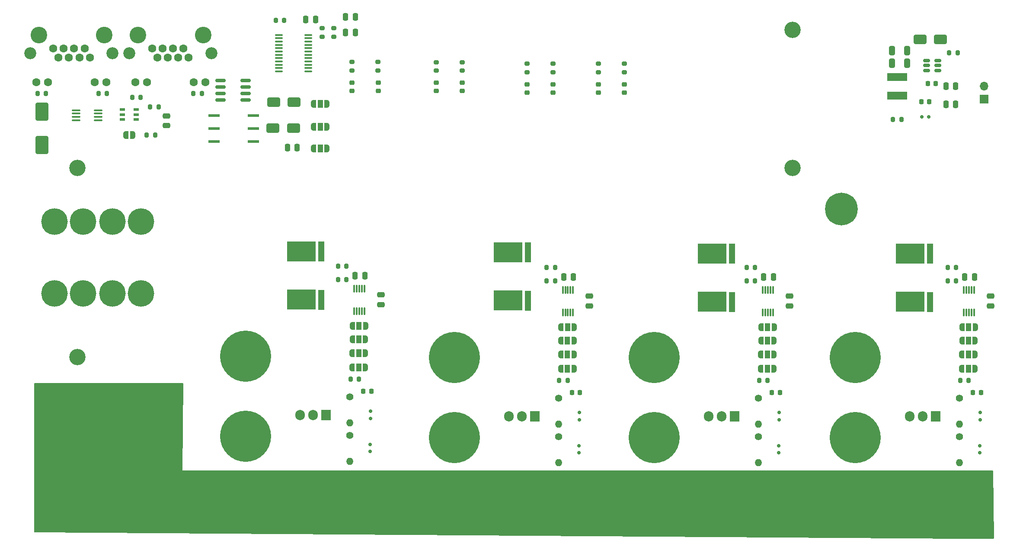
<source format=gbr>
%TF.GenerationSoftware,KiCad,Pcbnew,8.0.3*%
%TF.CreationDate,2024-11-12T13:20:17+01:00*%
%TF.ProjectId,BMU v1,424d5520-7631-42e6-9b69-6361645f7063,rev?*%
%TF.SameCoordinates,Original*%
%TF.FileFunction,Soldermask,Top*%
%TF.FilePolarity,Negative*%
%FSLAX46Y46*%
G04 Gerber Fmt 4.6, Leading zero omitted, Abs format (unit mm)*
G04 Created by KiCad (PCBNEW 8.0.3) date 2024-11-12 13:20:17*
%MOMM*%
%LPD*%
G01*
G04 APERTURE LIST*
G04 Aperture macros list*
%AMRoundRect*
0 Rectangle with rounded corners*
0 $1 Rounding radius*
0 $2 $3 $4 $5 $6 $7 $8 $9 X,Y pos of 4 corners*
0 Add a 4 corners polygon primitive as box body*
4,1,4,$2,$3,$4,$5,$6,$7,$8,$9,$2,$3,0*
0 Add four circle primitives for the rounded corners*
1,1,$1+$1,$2,$3*
1,1,$1+$1,$4,$5*
1,1,$1+$1,$6,$7*
1,1,$1+$1,$8,$9*
0 Add four rect primitives between the rounded corners*
20,1,$1+$1,$2,$3,$4,$5,0*
20,1,$1+$1,$4,$5,$6,$7,0*
20,1,$1+$1,$6,$7,$8,$9,0*
20,1,$1+$1,$8,$9,$2,$3,0*%
%AMFreePoly0*
4,1,19,0.550000,-0.750000,0.000000,-0.750000,0.000000,-0.744911,-0.071157,-0.744911,-0.207708,-0.704816,-0.327430,-0.627875,-0.420627,-0.520320,-0.479746,-0.390866,-0.500000,-0.250000,-0.500000,0.250000,-0.479746,0.390866,-0.420627,0.520320,-0.327430,0.627875,-0.207708,0.704816,-0.071157,0.744911,0.000000,0.744911,0.000000,0.750000,0.550000,0.750000,0.550000,-0.750000,0.550000,-0.750000,
$1*%
%AMFreePoly1*
4,1,19,0.000000,0.744911,0.071157,0.744911,0.207708,0.704816,0.327430,0.627875,0.420627,0.520320,0.479746,0.390866,0.500000,0.250000,0.500000,-0.250000,0.479746,-0.390866,0.420627,-0.520320,0.327430,-0.627875,0.207708,-0.704816,0.071157,-0.744911,0.000000,-0.744911,0.000000,-0.750000,-0.550000,-0.750000,-0.550000,0.750000,0.000000,0.750000,0.000000,0.744911,0.000000,0.744911,
$1*%
%AMFreePoly2*
4,1,19,0.500000,-0.750000,0.000000,-0.750000,0.000000,-0.744911,-0.071157,-0.744911,-0.207708,-0.704816,-0.327430,-0.627875,-0.420627,-0.520320,-0.479746,-0.390866,-0.500000,-0.250000,-0.500000,0.250000,-0.479746,0.390866,-0.420627,0.520320,-0.327430,0.627875,-0.207708,0.704816,-0.071157,0.744911,0.000000,0.744911,0.000000,0.750000,0.500000,0.750000,0.500000,-0.750000,0.500000,-0.750000,
$1*%
%AMFreePoly3*
4,1,19,0.000000,0.744911,0.071157,0.744911,0.207708,0.704816,0.327430,0.627875,0.420627,0.520320,0.479746,0.390866,0.500000,0.250000,0.500000,-0.250000,0.479746,-0.390866,0.420627,-0.520320,0.327430,-0.627875,0.207708,-0.704816,0.071157,-0.744911,0.000000,-0.744911,0.000000,-0.750000,-0.500000,-0.750000,-0.500000,0.750000,0.000000,0.750000,0.000000,0.744911,0.000000,0.744911,
$1*%
G04 Aperture macros list end*
%ADD10RoundRect,0.200000X0.200000X0.275000X-0.200000X0.275000X-0.200000X-0.275000X0.200000X-0.275000X0*%
%ADD11RoundRect,0.250000X-0.250000X-0.475000X0.250000X-0.475000X0.250000X0.475000X-0.250000X0.475000X0*%
%ADD12C,1.400000*%
%ADD13O,1.400000X1.400000*%
%ADD14RoundRect,0.150000X-0.825000X-0.150000X0.825000X-0.150000X0.825000X0.150000X-0.825000X0.150000X0*%
%ADD15RoundRect,0.150000X-0.200000X0.150000X-0.200000X-0.150000X0.200000X-0.150000X0.200000X0.150000X0*%
%ADD16RoundRect,0.200000X-0.200000X-0.275000X0.200000X-0.275000X0.200000X0.275000X-0.200000X0.275000X0*%
%ADD17FreePoly0,180.000000*%
%ADD18R,1.000000X1.500000*%
%ADD19FreePoly1,180.000000*%
%ADD20RoundRect,0.150000X0.200000X-0.150000X0.200000X0.150000X-0.200000X0.150000X-0.200000X-0.150000X0*%
%ADD21RoundRect,0.200000X0.275000X-0.200000X0.275000X0.200000X-0.275000X0.200000X-0.275000X-0.200000X0*%
%ADD22RoundRect,0.218750X-0.256250X0.218750X-0.256250X-0.218750X0.256250X-0.218750X0.256250X0.218750X0*%
%ADD23RoundRect,0.218750X-0.218750X-0.256250X0.218750X-0.256250X0.218750X0.256250X-0.218750X0.256250X0*%
%ADD24C,10.000000*%
%ADD25RoundRect,0.250000X-1.000000X-0.650000X1.000000X-0.650000X1.000000X0.650000X-1.000000X0.650000X0*%
%ADD26C,5.200000*%
%ADD27C,0.800000*%
%ADD28C,6.400000*%
%ADD29RoundRect,0.250000X1.000000X0.650000X-1.000000X0.650000X-1.000000X-0.650000X1.000000X-0.650000X0*%
%ADD30RoundRect,0.075000X0.075000X-0.650000X0.075000X0.650000X-0.075000X0.650000X-0.075000X-0.650000X0*%
%ADD31R,4.000000X1.500000*%
%ADD32C,3.200000*%
%ADD33R,1.700000X1.700000*%
%ADD34O,1.700000X1.700000*%
%ADD35RoundRect,0.250000X0.250000X0.475000X-0.250000X0.475000X-0.250000X-0.475000X0.250000X-0.475000X0*%
%ADD36R,5.600000X4.000000*%
%ADD37R,1.300000X4.000000*%
%ADD38C,3.250000*%
%ADD39C,1.600000*%
%ADD40C,2.350000*%
%ADD41RoundRect,0.250000X0.325000X0.650000X-0.325000X0.650000X-0.325000X-0.650000X0.325000X-0.650000X0*%
%ADD42FreePoly2,180.000000*%
%ADD43FreePoly3,180.000000*%
%ADD44RoundRect,0.100000X-0.637500X-0.100000X0.637500X-0.100000X0.637500X0.100000X-0.637500X0.100000X0*%
%ADD45FreePoly0,0.000000*%
%ADD46FreePoly1,0.000000*%
%ADD47R,1.100000X0.600000*%
%ADD48RoundRect,0.225000X0.225000X0.250000X-0.225000X0.250000X-0.225000X-0.250000X0.225000X-0.250000X0*%
%ADD49RoundRect,0.250000X-0.475000X0.250000X-0.475000X-0.250000X0.475000X-0.250000X0.475000X0.250000X0*%
%ADD50O,1.660000X0.360000*%
%ADD51RoundRect,0.150000X0.512500X0.150000X-0.512500X0.150000X-0.512500X-0.150000X0.512500X-0.150000X0*%
%ADD52R,2.200000X0.500000*%
%ADD53RoundRect,0.225000X-0.225000X-0.250000X0.225000X-0.250000X0.225000X0.250000X-0.225000X0.250000X0*%
%ADD54RoundRect,0.150000X-0.150000X-0.200000X0.150000X-0.200000X0.150000X0.200000X-0.150000X0.200000X0*%
%ADD55RoundRect,0.250000X-1.000000X1.500000X-1.000000X-1.500000X1.000000X-1.500000X1.000000X1.500000X0*%
%ADD56O,3.500000X3.500000*%
%ADD57R,1.905000X2.000000*%
%ADD58O,1.905000X2.000000*%
G04 APERTURE END LIST*
D10*
%TO.C,R38*%
X197033000Y-76450000D03*
X195383000Y-76450000D03*
%TD*%
D11*
%TO.C,C6*%
X159374800Y-78282800D03*
X161274800Y-78282800D03*
%TD*%
D12*
%TO.C,R7*%
X78333600Y-101752400D03*
D13*
X78333600Y-106832400D03*
%TD*%
D14*
%TO.C,U5*%
X52962000Y-39878000D03*
X52962000Y-41148000D03*
X52962000Y-42418000D03*
X52962000Y-43688000D03*
X57912000Y-43688000D03*
X57912000Y-42418000D03*
X57912000Y-41148000D03*
X57912000Y-39878000D03*
%TD*%
D15*
%TO.C,D6*%
X123259600Y-106229400D03*
X123259600Y-104829400D03*
%TD*%
D11*
%TO.C,C12*%
X77475000Y-27470000D03*
X79375000Y-27470000D03*
%TD*%
D16*
%TO.C,R16*%
X35688000Y-43180000D03*
X37338000Y-43180000D03*
%TD*%
D10*
%TO.C,R4*%
X77653000Y-76196000D03*
X76003000Y-76196000D03*
%TD*%
D17*
%TO.C,JP19*%
X200740800Y-96283800D03*
D18*
X199440800Y-96283800D03*
D19*
X198140800Y-96283800D03*
%TD*%
D20*
%TO.C,D15*%
X201676000Y-111331800D03*
X201676000Y-112731800D03*
%TD*%
D21*
%TO.C,R35*%
X127000000Y-38242500D03*
X127000000Y-36592500D03*
%TD*%
D22*
%TO.C,D20*%
X78740000Y-40335000D03*
X78740000Y-41910000D03*
%TD*%
D20*
%TO.C,D7*%
X123158000Y-111331800D03*
X123158000Y-112731800D03*
%TD*%
D23*
%TO.C,D12*%
X160959700Y-100957400D03*
X162534700Y-100957400D03*
%TD*%
D22*
%TO.C,D25*%
X118110000Y-40640000D03*
X118110000Y-42215000D03*
%TD*%
D23*
%TO.C,D16*%
X200329700Y-100957400D03*
X201904700Y-100957400D03*
%TD*%
D16*
%TO.C,R3*%
X76003000Y-78796000D03*
X77653000Y-78796000D03*
%TD*%
%TO.C,R37*%
X195383000Y-79050000D03*
X197033000Y-79050000D03*
%TD*%
D24*
%TO.C,H8*%
X177280000Y-94029000D03*
%TD*%
D17*
%TO.C,JP11*%
X161391600Y-90797400D03*
D18*
X160091600Y-90797400D03*
D19*
X158791600Y-90797400D03*
%TD*%
D25*
%TO.C,D5*%
X190000000Y-31800000D03*
X194000000Y-31800000D03*
%TD*%
D17*
%TO.C,JP18*%
X200761600Y-90797400D03*
D18*
X199461600Y-90797400D03*
D19*
X198161600Y-90797400D03*
%TD*%
D26*
%TO.C,J12*%
X20692000Y-106680000D03*
X20692000Y-120680000D03*
X26292000Y-106680000D03*
X26292000Y-120680000D03*
X31992000Y-106680000D03*
X31992000Y-120680000D03*
X37592000Y-106680000D03*
X37592000Y-120680000D03*
%TD*%
D27*
%TO.C,H11*%
X172200000Y-122000000D03*
X172902944Y-120302944D03*
X172902944Y-123697056D03*
X174600000Y-119600000D03*
D28*
X174600000Y-122000000D03*
D27*
X174600000Y-124400000D03*
X176297056Y-120302944D03*
X176297056Y-123697056D03*
X177000000Y-122000000D03*
%TD*%
D17*
%TO.C,JP20*%
X200791600Y-88105000D03*
D18*
X199491600Y-88105000D03*
D19*
X198191600Y-88105000D03*
%TD*%
D24*
%TO.C,H4*%
X177280000Y-109754000D03*
%TD*%
D23*
%TO.C,D8*%
X121811700Y-100957400D03*
X123386700Y-100957400D03*
%TD*%
D29*
%TO.C,D18*%
X67405000Y-44069000D03*
X63405000Y-44069000D03*
%TD*%
D17*
%TO.C,JP2*%
X81360800Y-93235800D03*
D18*
X80060800Y-93235800D03*
D19*
X78760800Y-93235800D03*
%TD*%
D30*
%TO.C,U1*%
X79162400Y-85004000D03*
X79662400Y-85004000D03*
X80162400Y-85004000D03*
X80662400Y-85004000D03*
X81162400Y-85004000D03*
X81162400Y-80604000D03*
X80662400Y-80604000D03*
X80162400Y-80604000D03*
X79662400Y-80604000D03*
X79162400Y-80604000D03*
%TD*%
D11*
%TO.C,C9*%
X69700000Y-27900000D03*
X71600000Y-27900000D03*
%TD*%
D31*
%TO.C,L1*%
X185500000Y-39200000D03*
X185500000Y-42800000D03*
%TD*%
D16*
%TO.C,R9*%
X17146000Y-42418000D03*
X18796000Y-42418000D03*
%TD*%
D32*
%TO.C,H14*%
X165000000Y-122000000D03*
%TD*%
D21*
%TO.C,R33*%
X113030000Y-38242500D03*
X113030000Y-36592500D03*
%TD*%
D33*
%TO.C,J3*%
X202500000Y-43500000D03*
D34*
X202500000Y-40960000D03*
%TD*%
D20*
%TO.C,D3*%
X82296000Y-111077800D03*
X82296000Y-112477800D03*
%TD*%
D17*
%TO.C,JP3*%
X81381600Y-90543400D03*
D18*
X80081600Y-90543400D03*
D19*
X78781600Y-90543400D03*
%TD*%
D17*
%TO.C,JP8*%
X122222800Y-96283800D03*
D18*
X120922800Y-96283800D03*
D19*
X119622800Y-96283800D03*
%TD*%
D11*
%TO.C,C2*%
X79364800Y-78028800D03*
X81264800Y-78028800D03*
%TD*%
D10*
%TO.C,R25*%
X40195000Y-50546000D03*
X38545000Y-50546000D03*
%TD*%
D17*
%TO.C,JP5*%
X81411600Y-87851000D03*
D18*
X80111600Y-87851000D03*
D19*
X78811600Y-87851000D03*
%TD*%
D17*
%TO.C,JP12*%
X161370800Y-96283800D03*
D18*
X160070800Y-96283800D03*
D19*
X158770800Y-96283800D03*
%TD*%
D12*
%TO.C,R6*%
X78333600Y-109339400D03*
D13*
X78333600Y-114419400D03*
%TD*%
D35*
%TO.C,C13*%
X68006000Y-52959000D03*
X66106000Y-52959000D03*
%TD*%
D21*
%TO.C,R29*%
X78740000Y-37897500D03*
X78740000Y-36247500D03*
%TD*%
D24*
%TO.C,H1*%
X57900000Y-109500000D03*
%TD*%
D17*
%TO.C,JP7*%
X122243600Y-90797400D03*
D18*
X120943600Y-90797400D03*
D19*
X119643600Y-90797400D03*
%TD*%
D36*
%TO.C,R47*%
X188050000Y-83170000D03*
X188050000Y-73750000D03*
D37*
X191950000Y-83250000D03*
X191950000Y-73750000D03*
%TD*%
D12*
%TO.C,R20*%
X158343600Y-109593400D03*
D13*
X158343600Y-114673400D03*
%TD*%
D22*
%TO.C,D24*%
X113030000Y-40640000D03*
X113030000Y-42215000D03*
%TD*%
D21*
%TO.C,R36*%
X132080000Y-38242500D03*
X132080000Y-36592500D03*
%TD*%
D32*
%TO.C,H9*%
X25000000Y-94000000D03*
%TD*%
D38*
%TO.C,J1*%
X17426000Y-30988000D03*
X30226000Y-30988000D03*
D39*
X20256000Y-33638000D03*
X21276000Y-35418000D03*
X22296000Y-33638000D03*
X23316000Y-35418000D03*
X24336000Y-33638000D03*
X25356000Y-35418000D03*
X26376000Y-33638000D03*
X27396000Y-35418000D03*
X16966000Y-40198000D03*
X19256000Y-40198000D03*
X28396000Y-40198000D03*
X30686000Y-40198000D03*
D40*
X15766000Y-34528000D03*
X31866000Y-34538000D03*
%TD*%
D26*
%TO.C,J11*%
X20500000Y-67500000D03*
X20500000Y-81500000D03*
X26100000Y-67500000D03*
X26100000Y-81500000D03*
X31800000Y-67500000D03*
X31800000Y-81500000D03*
X37400000Y-67500000D03*
X37400000Y-81500000D03*
%TD*%
D12*
%TO.C,R14*%
X119195600Y-102006400D03*
D13*
X119195600Y-107086400D03*
%TD*%
D16*
%TO.C,R10*%
X116865000Y-79050000D03*
X118515000Y-79050000D03*
%TD*%
%TO.C,R17*%
X156013000Y-79050000D03*
X157663000Y-79050000D03*
%TD*%
D41*
%TO.C,C16*%
X187475000Y-36500000D03*
X184525000Y-36500000D03*
%TD*%
D11*
%TO.C,C4*%
X120226800Y-78282800D03*
X122126800Y-78282800D03*
%TD*%
D42*
%TO.C,JP1*%
X35787500Y-50525000D03*
D43*
X34487500Y-50525000D03*
%TD*%
D32*
%TO.C,H13*%
X165000000Y-57000000D03*
%TD*%
D17*
%TO.C,JP17*%
X200740800Y-93489800D03*
D18*
X199440800Y-93489800D03*
D19*
X198140800Y-93489800D03*
%TD*%
D12*
%TO.C,R13*%
X119195600Y-109593400D03*
D13*
X119195600Y-114673400D03*
%TD*%
D11*
%TO.C,C14*%
X77475000Y-30480000D03*
X79375000Y-30480000D03*
%TD*%
D21*
%TO.C,R34*%
X118110000Y-38242500D03*
X118110000Y-36592500D03*
%TD*%
D15*
%TO.C,D10*%
X162407600Y-106229400D03*
X162407600Y-104829400D03*
%TD*%
D17*
%TO.C,JP9*%
X122273600Y-88105000D03*
D18*
X120973600Y-88105000D03*
D19*
X119673600Y-88105000D03*
%TD*%
D16*
%TO.C,R15*%
X184675000Y-47500000D03*
X186325000Y-47500000D03*
%TD*%
D32*
%TO.C,H10*%
X25000000Y-57000000D03*
%TD*%
D38*
%TO.C,J2*%
X36797000Y-30988000D03*
X49597000Y-30988000D03*
D39*
X39627000Y-33638000D03*
X40647000Y-35418000D03*
X41667000Y-33638000D03*
X42687000Y-35418000D03*
X43707000Y-33638000D03*
X44727000Y-35418000D03*
X45747000Y-33638000D03*
X46767000Y-35418000D03*
X36337000Y-40198000D03*
X38627000Y-40198000D03*
X47767000Y-40198000D03*
X50057000Y-40198000D03*
D40*
X35137000Y-34528000D03*
X51237000Y-34538000D03*
%TD*%
D21*
%TO.C,R31*%
X95250000Y-37937500D03*
X95250000Y-36287500D03*
%TD*%
%TO.C,R30*%
X83820000Y-37897500D03*
X83820000Y-36247500D03*
%TD*%
D24*
%TO.C,H3*%
X137910000Y-109754000D03*
%TD*%
D44*
%TO.C,U6*%
X64425000Y-30950000D03*
X64425000Y-31600000D03*
X64425000Y-32250000D03*
X64425000Y-32900000D03*
X64425000Y-33550000D03*
X64425000Y-34200000D03*
X64425000Y-34850000D03*
X64425000Y-35500000D03*
X64425000Y-36150000D03*
X64425000Y-36800000D03*
X64425000Y-37450000D03*
X64425000Y-38100000D03*
X70150000Y-38100000D03*
X70150000Y-37450000D03*
X70150000Y-36800000D03*
X70150000Y-36150000D03*
X70150000Y-35500000D03*
X70150000Y-34850000D03*
X70150000Y-34200000D03*
X70150000Y-33550000D03*
X70150000Y-32900000D03*
X70150000Y-32250000D03*
X70150000Y-31600000D03*
X70150000Y-30950000D03*
%TD*%
D45*
%TO.C,JP14*%
X71217000Y-44450000D03*
D18*
X72517000Y-44450000D03*
D46*
X73817000Y-44450000D03*
%TD*%
D47*
%TO.C,U8*%
X36474652Y-47482102D03*
X36474652Y-46532102D03*
X36474652Y-45582102D03*
X33774652Y-45582102D03*
X33774652Y-46532102D03*
X33774652Y-47482102D03*
%TD*%
D48*
%TO.C,C18*%
X193050000Y-40500000D03*
X191500000Y-40500000D03*
%TD*%
D16*
%TO.C,R39*%
X197853800Y-98519000D03*
X199503800Y-98519000D03*
%TD*%
D22*
%TO.C,D26*%
X127000000Y-40640000D03*
X127000000Y-42215000D03*
%TD*%
D49*
%TO.C,C3*%
X84378800Y-81803200D03*
X84378800Y-83703200D03*
%TD*%
%TO.C,C7*%
X164388800Y-82057200D03*
X164388800Y-83957200D03*
%TD*%
D45*
%TO.C,JP16*%
X71217000Y-53200000D03*
D18*
X72517000Y-53200000D03*
D46*
X73817000Y-53200000D03*
%TD*%
D17*
%TO.C,JP10*%
X161370800Y-93489800D03*
D18*
X160070800Y-93489800D03*
D19*
X158770800Y-93489800D03*
%TD*%
D21*
%TO.C,R27*%
X75184000Y-31305000D03*
X75184000Y-29655000D03*
%TD*%
D16*
%TO.C,R19*%
X158483800Y-98519000D03*
X160133800Y-98519000D03*
%TD*%
D20*
%TO.C,D11*%
X162306000Y-111331800D03*
X162306000Y-112731800D03*
%TD*%
D50*
%TO.C,U4*%
X24740000Y-45690000D03*
X24740000Y-46350000D03*
X24740000Y-47000000D03*
X24740000Y-47650000D03*
X29000000Y-47650000D03*
X29000000Y-47000000D03*
X29000000Y-46350000D03*
X29000000Y-45690000D03*
%TD*%
D32*
%TO.C,H13*%
X165000000Y-30000000D03*
%TD*%
D21*
%TO.C,R26*%
X72898000Y-31305000D03*
X72898000Y-29655000D03*
%TD*%
D49*
%TO.C,C5*%
X125240800Y-82057200D03*
X125240800Y-83957200D03*
%TD*%
D11*
%TO.C,C10*%
X198744800Y-78282800D03*
X200644800Y-78282800D03*
%TD*%
D16*
%TO.C,R28*%
X63825000Y-28150000D03*
X65475000Y-28150000D03*
%TD*%
D36*
%TO.C,R46*%
X149300000Y-83170000D03*
X149300000Y-73750000D03*
D37*
X153200000Y-83250000D03*
X153200000Y-73750000D03*
%TD*%
D15*
%TO.C,D14*%
X201777600Y-106229400D03*
X201777600Y-104829400D03*
%TD*%
D10*
%TO.C,R18*%
X157663000Y-76450000D03*
X156013000Y-76450000D03*
%TD*%
D22*
%TO.C,D22*%
X95250000Y-40335000D03*
X95250000Y-41910000D03*
%TD*%
D10*
%TO.C,R11*%
X118515000Y-76450000D03*
X116865000Y-76450000D03*
%TD*%
D16*
%TO.C,R12*%
X119335800Y-98519000D03*
X120985800Y-98519000D03*
%TD*%
D12*
%TO.C,R40*%
X197713600Y-109593400D03*
D13*
X197713600Y-114673400D03*
%TD*%
D16*
%TO.C,R5*%
X78473800Y-98265000D03*
X80123800Y-98265000D03*
%TD*%
D17*
%TO.C,JP13*%
X161421600Y-88105000D03*
D18*
X160121600Y-88105000D03*
D19*
X158821600Y-88105000D03*
%TD*%
D29*
%TO.C,D19*%
X67278000Y-49149000D03*
X63278000Y-49149000D03*
%TD*%
D49*
%TO.C,C8*%
X42418000Y-46802000D03*
X42418000Y-48702000D03*
%TD*%
D16*
%TO.C,R22*%
X195675000Y-34500000D03*
X197325000Y-34500000D03*
%TD*%
D22*
%TO.C,D27*%
X132080000Y-40640000D03*
X132080000Y-42215000D03*
%TD*%
D51*
%TO.C,U10*%
X193500000Y-37900000D03*
X193500000Y-36950000D03*
X193500000Y-36000000D03*
X191225000Y-36000000D03*
X191225000Y-36950000D03*
X191225000Y-37900000D03*
%TD*%
D23*
%TO.C,D4*%
X80949700Y-100703400D03*
X82524700Y-100703400D03*
%TD*%
D41*
%TO.C,C15*%
X187475000Y-34000000D03*
X184525000Y-34000000D03*
%TD*%
D45*
%TO.C,JP15*%
X71217000Y-48900000D03*
D18*
X72517000Y-48900000D03*
D46*
X73817000Y-48900000D03*
%TD*%
D36*
%TO.C,R1*%
X68850000Y-82745000D03*
X68850000Y-73325000D03*
D37*
X72750000Y-82825000D03*
X72750000Y-73325000D03*
%TD*%
D30*
%TO.C,U3*%
X159172400Y-85258000D03*
X159672400Y-85258000D03*
X160172400Y-85258000D03*
X160672400Y-85258000D03*
X161172400Y-85258000D03*
X161172400Y-80858000D03*
X160672400Y-80858000D03*
X160172400Y-80858000D03*
X159672400Y-80858000D03*
X159172400Y-80858000D03*
%TD*%
D52*
%TO.C,TR1*%
X51689000Y-46736000D03*
X51689000Y-49276000D03*
X51689000Y-51816000D03*
X59435000Y-51816000D03*
X59435000Y-49276000D03*
X59435000Y-46736000D03*
%TD*%
D24*
%TO.C,H5*%
X57900000Y-93775000D03*
%TD*%
D10*
%TO.C,R24*%
X40862500Y-45025000D03*
X39212500Y-45025000D03*
%TD*%
D15*
%TO.C,D2*%
X82397600Y-105975400D03*
X82397600Y-104575400D03*
%TD*%
D11*
%TO.C,C20*%
X195050000Y-41000000D03*
X196950000Y-41000000D03*
%TD*%
D12*
%TO.C,R21*%
X158343600Y-102006400D03*
D13*
X158343600Y-107086400D03*
%TD*%
D16*
%TO.C,R2*%
X29084000Y-42418000D03*
X30734000Y-42418000D03*
%TD*%
D53*
%TO.C,C19*%
X190225000Y-44000000D03*
X191775000Y-44000000D03*
%TD*%
D27*
%TO.C,H12*%
X172200000Y-65000000D03*
X172902944Y-63302944D03*
X172902944Y-66697056D03*
X174600000Y-62600000D03*
D28*
X174600000Y-65000000D03*
D27*
X174600000Y-67400000D03*
X176297056Y-63302944D03*
X176297056Y-66697056D03*
X177000000Y-65000000D03*
%TD*%
D49*
%TO.C,C11*%
X203758800Y-82057200D03*
X203758800Y-83957200D03*
%TD*%
D21*
%TO.C,R32*%
X100330000Y-37937500D03*
X100330000Y-36287500D03*
%TD*%
D30*
%TO.C,U7*%
X198542400Y-85258000D03*
X199042400Y-85258000D03*
X199542400Y-85258000D03*
X200042400Y-85258000D03*
X200542400Y-85258000D03*
X200542400Y-80858000D03*
X200042400Y-80858000D03*
X199542400Y-80858000D03*
X199042400Y-80858000D03*
X198542400Y-80858000D03*
%TD*%
D22*
%TO.C,D21*%
X83884444Y-40335000D03*
X83884444Y-41910000D03*
%TD*%
D11*
%TO.C,C21*%
X195050000Y-44500000D03*
X196950000Y-44500000D03*
%TD*%
D22*
%TO.C,D23*%
X100330000Y-40335000D03*
X100330000Y-41910000D03*
%TD*%
D12*
%TO.C,R41*%
X197713600Y-102006400D03*
D13*
X197713600Y-107086400D03*
%TD*%
D36*
%TO.C,R8*%
X109300000Y-82920000D03*
X109300000Y-73500000D03*
D37*
X113200000Y-83000000D03*
X113200000Y-73500000D03*
%TD*%
D54*
%TO.C,D9*%
X191700000Y-47000000D03*
X190300000Y-47000000D03*
%TD*%
D24*
%TO.C,H7*%
X137910000Y-94029000D03*
%TD*%
D30*
%TO.C,U2*%
X120024400Y-85258000D03*
X120524400Y-85258000D03*
X121024400Y-85258000D03*
X121524400Y-85258000D03*
X122024400Y-85258000D03*
X122024400Y-80858000D03*
X121524400Y-80858000D03*
X121024400Y-80858000D03*
X120524400Y-80858000D03*
X120024400Y-80858000D03*
%TD*%
D55*
%TO.C,C1*%
X18000000Y-46000000D03*
X18000000Y-52500000D03*
%TD*%
D17*
%TO.C,JP6*%
X122222800Y-93489800D03*
D18*
X120922800Y-93489800D03*
D19*
X119622800Y-93489800D03*
%TD*%
D17*
%TO.C,JP4*%
X81360800Y-96029800D03*
D18*
X80060800Y-96029800D03*
D19*
X78760800Y-96029800D03*
%TD*%
D24*
%TO.C,H6*%
X98762000Y-94029000D03*
%TD*%
D10*
%TO.C,R23*%
X49339000Y-42418000D03*
X47689000Y-42418000D03*
%TD*%
D24*
%TO.C,H2*%
X98762000Y-109754000D03*
%TD*%
D56*
%TO.C,Q5*%
X71120000Y-121984000D03*
D57*
X73660000Y-105324000D03*
D58*
X71120000Y-105324000D03*
X68580000Y-105324000D03*
%TD*%
D56*
%TO.C,Q7*%
X151130000Y-122238000D03*
D57*
X153670000Y-105578000D03*
D58*
X151130000Y-105578000D03*
X148590000Y-105578000D03*
%TD*%
D56*
%TO.C,Q6*%
X111982000Y-122238000D03*
D57*
X114522000Y-105578000D03*
D58*
X111982000Y-105578000D03*
X109442000Y-105578000D03*
%TD*%
D56*
%TO.C,Q8*%
X190500000Y-122238000D03*
D57*
X193040000Y-105578000D03*
D58*
X190500000Y-105578000D03*
X187960000Y-105578000D03*
%TD*%
G36*
X45661579Y-99079685D02*
G01*
X45707334Y-99132489D01*
X45718531Y-99185452D01*
X45519999Y-116139998D01*
X45520000Y-116140000D01*
X204147837Y-116140000D01*
X204214876Y-116159685D01*
X204260631Y-116212489D01*
X204271823Y-116262149D01*
X204467525Y-129374149D01*
X204448843Y-129441475D01*
X204396728Y-129488013D01*
X204343539Y-129500000D01*
X198550394Y-129500000D01*
X198549556Y-129499997D01*
X16633162Y-128270832D01*
X16566257Y-128250695D01*
X16520860Y-128197583D01*
X16510000Y-128146835D01*
X16510000Y-99184000D01*
X16529685Y-99116961D01*
X16582489Y-99071206D01*
X16634000Y-99060000D01*
X45594540Y-99060000D01*
X45661579Y-99079685D01*
G37*
M02*

</source>
